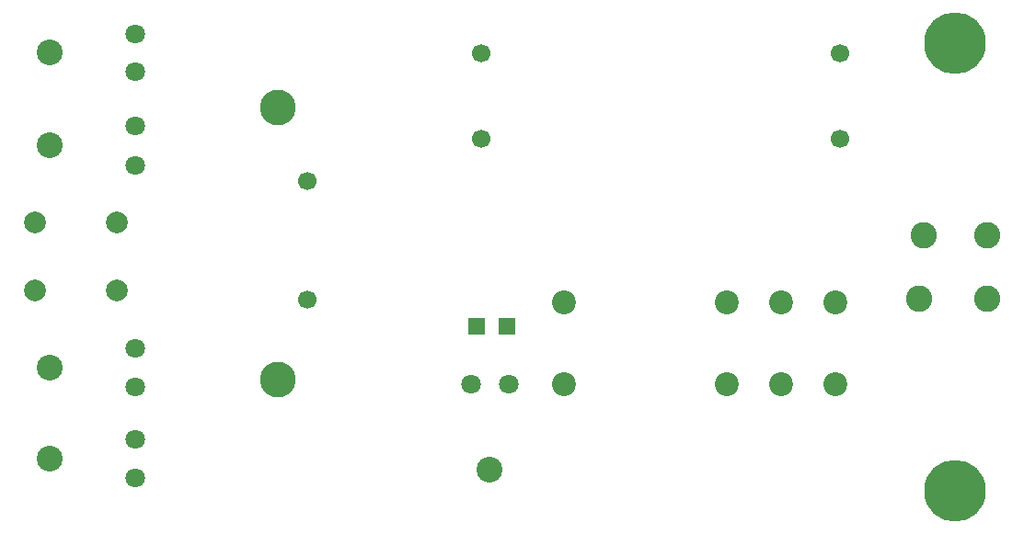
<source format=gbr>
G04 #@! TF.FileFunction,Soldermask,Top*
%FSLAX46Y46*%
G04 Gerber Fmt 4.6, Leading zero omitted, Abs format (unit mm)*
G04 Created by KiCad (PCBNEW 4.0.7-e2-6376~58~ubuntu16.04.1) date Tue Feb  6 09:54:40 2018*
%MOMM*%
%LPD*%
G01*
G04 APERTURE LIST*
%ADD10C,0.100000*%
%ADD11C,2.420000*%
%ADD12C,5.680000*%
%ADD13C,2.200000*%
%ADD14R,1.600000X1.600000*%
%ADD15C,2.000000*%
%ADD16C,1.700000*%
%ADD17C,3.300000*%
%ADD18C,1.797000*%
%ADD19C,2.381000*%
G04 APERTURE END LIST*
D10*
D11*
X185564000Y-55880000D03*
X186000000Y-50040000D03*
X191850000Y-50040000D03*
X191850000Y-55880000D03*
D12*
X188930000Y-32350000D03*
X188930000Y-73570000D03*
D13*
X172908000Y-56254000D03*
X172908000Y-63754000D03*
X167908000Y-63754000D03*
X152908000Y-63754000D03*
X152908000Y-56254000D03*
X167908000Y-56254000D03*
X177908000Y-63754000D03*
X177908000Y-56254000D03*
D14*
X147704000Y-58420000D03*
X144904000Y-58420000D03*
D15*
X104267000Y-55118000D03*
X111767000Y-55128000D03*
X111760000Y-48895000D03*
X104260000Y-48885000D03*
D16*
X178308000Y-41148000D03*
X145308000Y-41148000D03*
X178308000Y-33274000D03*
X145308000Y-33274000D03*
X129286000Y-56007000D03*
X129286000Y-45107000D03*
D17*
X126616000Y-63320000D03*
X126616000Y-38280000D03*
D18*
X113500000Y-64000000D03*
X113500000Y-60500000D03*
D19*
X105590000Y-62250000D03*
D18*
X113500000Y-43669000D03*
X113500000Y-40000000D03*
D19*
X105590000Y-41750000D03*
D18*
X113500000Y-35000000D03*
X113500000Y-31500000D03*
D19*
X105590000Y-33250000D03*
D18*
X147828000Y-63754000D03*
X144328000Y-63754000D03*
D19*
X146078000Y-71664000D03*
D18*
X113500000Y-72390000D03*
X113500000Y-68890000D03*
D19*
X105590000Y-70640000D03*
M02*

</source>
